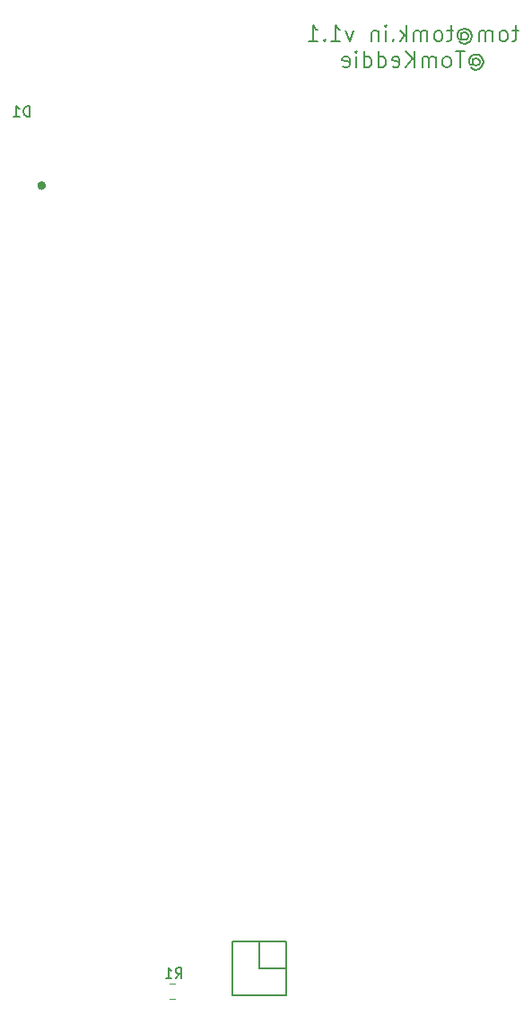
<source format=gbr>
G04 #@! TF.GenerationSoftware,KiCad,Pcbnew,5.1.4+dfsg1-1*
G04 #@! TF.CreationDate,2019-11-26T14:32:18-08:00*
G04 #@! TF.ProjectId,mrfixit,6d726669-7869-4742-9e6b-696361645f70,rev?*
G04 #@! TF.SameCoordinates,Original*
G04 #@! TF.FileFunction,Legend,Bot*
G04 #@! TF.FilePolarity,Positive*
%FSLAX46Y46*%
G04 Gerber Fmt 4.6, Leading zero omitted, Abs format (unit mm)*
G04 Created by KiCad (PCBNEW 5.1.4+dfsg1-1) date 2019-11-26 14:32:18*
%MOMM*%
%LPD*%
G04 APERTURE LIST*
%ADD10C,0.200000*%
%ADD11C,0.120000*%
%ADD12C,0.400000*%
%ADD13C,0.150000*%
G04 APERTURE END LIST*
D10*
X153504285Y-43673571D02*
X152932857Y-43673571D01*
X153290000Y-43173571D02*
X153290000Y-44459285D01*
X153218571Y-44602142D01*
X153075714Y-44673571D01*
X152932857Y-44673571D01*
X152218571Y-44673571D02*
X152361428Y-44602142D01*
X152432857Y-44530714D01*
X152504285Y-44387857D01*
X152504285Y-43959285D01*
X152432857Y-43816428D01*
X152361428Y-43745000D01*
X152218571Y-43673571D01*
X152004285Y-43673571D01*
X151861428Y-43745000D01*
X151790000Y-43816428D01*
X151718571Y-43959285D01*
X151718571Y-44387857D01*
X151790000Y-44530714D01*
X151861428Y-44602142D01*
X152004285Y-44673571D01*
X152218571Y-44673571D01*
X151075714Y-44673571D02*
X151075714Y-43673571D01*
X151075714Y-43816428D02*
X151004285Y-43745000D01*
X150861428Y-43673571D01*
X150647142Y-43673571D01*
X150504285Y-43745000D01*
X150432857Y-43887857D01*
X150432857Y-44673571D01*
X150432857Y-43887857D02*
X150361428Y-43745000D01*
X150218571Y-43673571D01*
X150004285Y-43673571D01*
X149861428Y-43745000D01*
X149790000Y-43887857D01*
X149790000Y-44673571D01*
X148147142Y-43959285D02*
X148218571Y-43887857D01*
X148361428Y-43816428D01*
X148504285Y-43816428D01*
X148647142Y-43887857D01*
X148718571Y-43959285D01*
X148790000Y-44102142D01*
X148790000Y-44245000D01*
X148718571Y-44387857D01*
X148647142Y-44459285D01*
X148504285Y-44530714D01*
X148361428Y-44530714D01*
X148218571Y-44459285D01*
X148147142Y-44387857D01*
X148147142Y-43816428D02*
X148147142Y-44387857D01*
X148075714Y-44459285D01*
X148004285Y-44459285D01*
X147861428Y-44387857D01*
X147790000Y-44245000D01*
X147790000Y-43887857D01*
X147932857Y-43673571D01*
X148147142Y-43530714D01*
X148432857Y-43459285D01*
X148718571Y-43530714D01*
X148932857Y-43673571D01*
X149075714Y-43887857D01*
X149147142Y-44173571D01*
X149075714Y-44459285D01*
X148932857Y-44673571D01*
X148718571Y-44816428D01*
X148432857Y-44887857D01*
X148147142Y-44816428D01*
X147932857Y-44673571D01*
X147361428Y-43673571D02*
X146790000Y-43673571D01*
X147147142Y-43173571D02*
X147147142Y-44459285D01*
X147075714Y-44602142D01*
X146932857Y-44673571D01*
X146790000Y-44673571D01*
X146075714Y-44673571D02*
X146218571Y-44602142D01*
X146290000Y-44530714D01*
X146361428Y-44387857D01*
X146361428Y-43959285D01*
X146290000Y-43816428D01*
X146218571Y-43745000D01*
X146075714Y-43673571D01*
X145861428Y-43673571D01*
X145718571Y-43745000D01*
X145647142Y-43816428D01*
X145575714Y-43959285D01*
X145575714Y-44387857D01*
X145647142Y-44530714D01*
X145718571Y-44602142D01*
X145861428Y-44673571D01*
X146075714Y-44673571D01*
X144932857Y-44673571D02*
X144932857Y-43673571D01*
X144932857Y-43816428D02*
X144861428Y-43745000D01*
X144718571Y-43673571D01*
X144504285Y-43673571D01*
X144361428Y-43745000D01*
X144290000Y-43887857D01*
X144290000Y-44673571D01*
X144290000Y-43887857D02*
X144218571Y-43745000D01*
X144075714Y-43673571D01*
X143861428Y-43673571D01*
X143718571Y-43745000D01*
X143647142Y-43887857D01*
X143647142Y-44673571D01*
X142932857Y-44673571D02*
X142932857Y-43173571D01*
X142790000Y-44102142D02*
X142361428Y-44673571D01*
X142361428Y-43673571D02*
X142932857Y-44245000D01*
X141718571Y-44530714D02*
X141647142Y-44602142D01*
X141718571Y-44673571D01*
X141790000Y-44602142D01*
X141718571Y-44530714D01*
X141718571Y-44673571D01*
X141004285Y-44673571D02*
X141004285Y-43673571D01*
X141004285Y-43173571D02*
X141075714Y-43245000D01*
X141004285Y-43316428D01*
X140932857Y-43245000D01*
X141004285Y-43173571D01*
X141004285Y-43316428D01*
X140290000Y-43673571D02*
X140290000Y-44673571D01*
X140290000Y-43816428D02*
X140218571Y-43745000D01*
X140075714Y-43673571D01*
X139861428Y-43673571D01*
X139718571Y-43745000D01*
X139647142Y-43887857D01*
X139647142Y-44673571D01*
X137932857Y-43673571D02*
X137575714Y-44673571D01*
X137218571Y-43673571D01*
X135861428Y-44673571D02*
X136718571Y-44673571D01*
X136290000Y-44673571D02*
X136290000Y-43173571D01*
X136432857Y-43387857D01*
X136575714Y-43530714D01*
X136718571Y-43602142D01*
X135218571Y-44530714D02*
X135147142Y-44602142D01*
X135218571Y-44673571D01*
X135290000Y-44602142D01*
X135218571Y-44530714D01*
X135218571Y-44673571D01*
X133718571Y-44673571D02*
X134575714Y-44673571D01*
X134147142Y-44673571D02*
X134147142Y-43173571D01*
X134290000Y-43387857D01*
X134432857Y-43530714D01*
X134575714Y-43602142D01*
X149218571Y-46409285D02*
X149290000Y-46337857D01*
X149432857Y-46266428D01*
X149575714Y-46266428D01*
X149718571Y-46337857D01*
X149790000Y-46409285D01*
X149861428Y-46552142D01*
X149861428Y-46695000D01*
X149790000Y-46837857D01*
X149718571Y-46909285D01*
X149575714Y-46980714D01*
X149432857Y-46980714D01*
X149290000Y-46909285D01*
X149218571Y-46837857D01*
X149218571Y-46266428D02*
X149218571Y-46837857D01*
X149147142Y-46909285D01*
X149075714Y-46909285D01*
X148932857Y-46837857D01*
X148861428Y-46695000D01*
X148861428Y-46337857D01*
X149004285Y-46123571D01*
X149218571Y-45980714D01*
X149504285Y-45909285D01*
X149790000Y-45980714D01*
X150004285Y-46123571D01*
X150147142Y-46337857D01*
X150218571Y-46623571D01*
X150147142Y-46909285D01*
X150004285Y-47123571D01*
X149790000Y-47266428D01*
X149504285Y-47337857D01*
X149218571Y-47266428D01*
X149004285Y-47123571D01*
X148432857Y-45623571D02*
X147575714Y-45623571D01*
X148004285Y-47123571D02*
X148004285Y-45623571D01*
X146861428Y-47123571D02*
X147004285Y-47052142D01*
X147075714Y-46980714D01*
X147147142Y-46837857D01*
X147147142Y-46409285D01*
X147075714Y-46266428D01*
X147004285Y-46195000D01*
X146861428Y-46123571D01*
X146647142Y-46123571D01*
X146504285Y-46195000D01*
X146432857Y-46266428D01*
X146361428Y-46409285D01*
X146361428Y-46837857D01*
X146432857Y-46980714D01*
X146504285Y-47052142D01*
X146647142Y-47123571D01*
X146861428Y-47123571D01*
X145718571Y-47123571D02*
X145718571Y-46123571D01*
X145718571Y-46266428D02*
X145647142Y-46195000D01*
X145504285Y-46123571D01*
X145290000Y-46123571D01*
X145147142Y-46195000D01*
X145075714Y-46337857D01*
X145075714Y-47123571D01*
X145075714Y-46337857D02*
X145004285Y-46195000D01*
X144861428Y-46123571D01*
X144647142Y-46123571D01*
X144504285Y-46195000D01*
X144432857Y-46337857D01*
X144432857Y-47123571D01*
X143718571Y-47123571D02*
X143718571Y-45623571D01*
X142861428Y-47123571D02*
X143504285Y-46266428D01*
X142861428Y-45623571D02*
X143718571Y-46480714D01*
X141647142Y-47052142D02*
X141790000Y-47123571D01*
X142075714Y-47123571D01*
X142218571Y-47052142D01*
X142290000Y-46909285D01*
X142290000Y-46337857D01*
X142218571Y-46195000D01*
X142075714Y-46123571D01*
X141790000Y-46123571D01*
X141647142Y-46195000D01*
X141575714Y-46337857D01*
X141575714Y-46480714D01*
X142290000Y-46623571D01*
X140290000Y-47123571D02*
X140290000Y-45623571D01*
X140290000Y-47052142D02*
X140432857Y-47123571D01*
X140718571Y-47123571D01*
X140861428Y-47052142D01*
X140932857Y-46980714D01*
X141004285Y-46837857D01*
X141004285Y-46409285D01*
X140932857Y-46266428D01*
X140861428Y-46195000D01*
X140718571Y-46123571D01*
X140432857Y-46123571D01*
X140290000Y-46195000D01*
X138932857Y-47123571D02*
X138932857Y-45623571D01*
X138932857Y-47052142D02*
X139075714Y-47123571D01*
X139361428Y-47123571D01*
X139504285Y-47052142D01*
X139575714Y-46980714D01*
X139647142Y-46837857D01*
X139647142Y-46409285D01*
X139575714Y-46266428D01*
X139504285Y-46195000D01*
X139361428Y-46123571D01*
X139075714Y-46123571D01*
X138932857Y-46195000D01*
X138218571Y-47123571D02*
X138218571Y-46123571D01*
X138218571Y-45623571D02*
X138290000Y-45695000D01*
X138218571Y-45766428D01*
X138147142Y-45695000D01*
X138218571Y-45623571D01*
X138218571Y-45766428D01*
X136932857Y-47052142D02*
X137075714Y-47123571D01*
X137361428Y-47123571D01*
X137504285Y-47052142D01*
X137575714Y-46909285D01*
X137575714Y-46337857D01*
X137504285Y-46195000D01*
X137361428Y-46123571D01*
X137075714Y-46123571D01*
X136932857Y-46195000D01*
X136861428Y-46337857D01*
X136861428Y-46480714D01*
X137575714Y-46623571D01*
D11*
X120588748Y-133600000D02*
X121111252Y-133600000D01*
X120588748Y-135020000D02*
X121111252Y-135020000D01*
D12*
X108720000Y-58280000D02*
G75*
G03X108720000Y-58280000I-200000J0D01*
G01*
D10*
X129090000Y-132110000D02*
X129090000Y-129570000D01*
X131630000Y-132110000D02*
X129090000Y-132110000D01*
X131630000Y-129570000D02*
X126550000Y-129570000D01*
X131630000Y-134650000D02*
X126550000Y-134650000D01*
X131630000Y-134650000D02*
X131630000Y-129570000D01*
X126550000Y-134650000D02*
X126550000Y-129570000D01*
D13*
X121166666Y-133082380D02*
X121500000Y-132606190D01*
X121738095Y-133082380D02*
X121738095Y-132082380D01*
X121357142Y-132082380D01*
X121261904Y-132130000D01*
X121214285Y-132177619D01*
X121166666Y-132272857D01*
X121166666Y-132415714D01*
X121214285Y-132510952D01*
X121261904Y-132558571D01*
X121357142Y-132606190D01*
X121738095Y-132606190D01*
X120214285Y-133082380D02*
X120785714Y-133082380D01*
X120500000Y-133082380D02*
X120500000Y-132082380D01*
X120595238Y-132225238D01*
X120690476Y-132320476D01*
X120785714Y-132368095D01*
X107388095Y-51762380D02*
X107388095Y-50762380D01*
X107150000Y-50762380D01*
X107007142Y-50810000D01*
X106911904Y-50905238D01*
X106864285Y-51000476D01*
X106816666Y-51190952D01*
X106816666Y-51333809D01*
X106864285Y-51524285D01*
X106911904Y-51619523D01*
X107007142Y-51714761D01*
X107150000Y-51762380D01*
X107388095Y-51762380D01*
X105864285Y-51762380D02*
X106435714Y-51762380D01*
X106150000Y-51762380D02*
X106150000Y-50762380D01*
X106245238Y-50905238D01*
X106340476Y-51000476D01*
X106435714Y-51048095D01*
M02*

</source>
